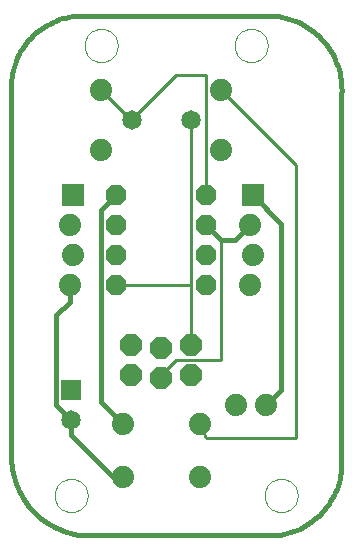
<source format=gtl>
G75*
G70*
%OFA0B0*%
%FSLAX24Y24*%
%IPPOS*%
%LPD*%
%AMOC8*
5,1,8,0,0,1.08239X$1,22.5*
%
%ADD10C,0.0160*%
%ADD11C,0.0000*%
%ADD12OC8,0.0680*%
%ADD13OC8,0.0740*%
%ADD14C,0.0650*%
%ADD15R,0.0650X0.0650*%
%ADD16C,0.0740*%
%ADD17R,0.0740X0.0740*%
%ADD18C,0.0100*%
D10*
X000200Y003023D02*
X000200Y014902D01*
X002347Y017512D02*
X008990Y017512D01*
X008989Y017512D02*
X009106Y017497D01*
X009223Y017476D01*
X009338Y017450D01*
X009451Y017418D01*
X009564Y017381D01*
X009674Y017339D01*
X009782Y017292D01*
X009888Y017239D01*
X009991Y017182D01*
X010091Y017119D01*
X010189Y017052D01*
X010282Y016981D01*
X010373Y016905D01*
X010460Y016825D01*
X010542Y016741D01*
X010621Y016652D01*
X010695Y016561D01*
X010765Y016466D01*
X010831Y016367D01*
X010891Y016266D01*
X010947Y016162D01*
X010998Y016055D01*
X011043Y015946D01*
X011083Y015835D01*
X011118Y015722D01*
X011148Y015608D01*
X011172Y015492D01*
X011191Y015376D01*
X011204Y015259D01*
X011211Y015141D01*
X011213Y015023D01*
X011209Y014905D01*
X011200Y014787D01*
X011200Y002759D01*
X009200Y005023D02*
X008700Y004523D01*
X009200Y005023D02*
X009200Y010573D01*
X008250Y011523D01*
X008150Y010523D02*
X007650Y010023D01*
X007200Y010023D01*
X006700Y010523D01*
X003700Y011523D02*
X003200Y011023D01*
X003200Y004633D01*
X003920Y003913D01*
X000200Y003023D02*
X000195Y002896D01*
X000195Y002770D01*
X000201Y002643D01*
X000214Y002517D01*
X000232Y002392D01*
X000257Y002268D01*
X000287Y002145D01*
X000323Y002024D01*
X000365Y001904D01*
X000413Y001787D01*
X000466Y001672D01*
X000524Y001560D01*
X000588Y001450D01*
X000657Y001344D01*
X000730Y001241D01*
X000809Y001142D01*
X000892Y001046D01*
X000980Y000955D01*
X001072Y000868D01*
X001168Y000786D01*
X001268Y000708D01*
X001371Y000635D01*
X001478Y000567D01*
X001588Y000504D01*
X001701Y000446D01*
X001816Y000394D01*
X001934Y000347D01*
X002053Y000306D01*
X002175Y000271D01*
X002298Y000242D01*
X002423Y000218D01*
X002548Y000201D01*
X002674Y000189D01*
X008938Y000189D01*
X009053Y000199D01*
X009167Y000215D01*
X009281Y000235D01*
X009393Y000262D01*
X009504Y000293D01*
X009613Y000330D01*
X009720Y000372D01*
X009825Y000419D01*
X009928Y000471D01*
X010028Y000528D01*
X010126Y000590D01*
X010220Y000656D01*
X010311Y000726D01*
X010399Y000801D01*
X010483Y000880D01*
X010563Y000963D01*
X010639Y001049D01*
X010711Y001139D01*
X010779Y001233D01*
X010842Y001329D01*
X010900Y001429D01*
X010954Y001531D01*
X011002Y001635D01*
X011046Y001742D01*
X011084Y001850D01*
X011118Y001961D01*
X011146Y002072D01*
X011168Y002185D01*
X011186Y002299D01*
X011197Y002414D01*
X011204Y002529D01*
X011205Y002644D01*
X011200Y002759D01*
X003920Y002133D02*
X003590Y002133D01*
X002200Y003523D01*
X002200Y004023D01*
X001700Y004523D01*
X001700Y007523D01*
X002150Y007973D01*
X002150Y008523D01*
X000199Y014902D02*
X000191Y015015D01*
X000188Y015129D01*
X000191Y015242D01*
X000198Y015356D01*
X000212Y015469D01*
X000230Y015581D01*
X000254Y015692D01*
X000284Y015802D01*
X000318Y015911D01*
X000358Y016017D01*
X000402Y016122D01*
X000452Y016224D01*
X000506Y016324D01*
X000565Y016421D01*
X000629Y016516D01*
X000697Y016607D01*
X000769Y016695D01*
X000845Y016779D01*
X000926Y016860D01*
X001010Y016936D01*
X001097Y017009D01*
X001188Y017077D01*
X001282Y017141D01*
X001379Y017201D01*
X001479Y017255D01*
X001581Y017305D01*
X001686Y017350D01*
X001792Y017390D01*
X001901Y017425D01*
X002010Y017455D01*
X002121Y017479D01*
X002234Y017498D01*
X002347Y017512D01*
D11*
X002649Y016523D02*
X002651Y016570D01*
X002657Y016616D01*
X002667Y016662D01*
X002680Y016707D01*
X002698Y016750D01*
X002719Y016792D01*
X002743Y016832D01*
X002771Y016869D01*
X002802Y016904D01*
X002836Y016937D01*
X002872Y016966D01*
X002911Y016992D01*
X002952Y017015D01*
X002995Y017034D01*
X003039Y017050D01*
X003084Y017062D01*
X003130Y017070D01*
X003177Y017074D01*
X003223Y017074D01*
X003270Y017070D01*
X003316Y017062D01*
X003361Y017050D01*
X003405Y017034D01*
X003448Y017015D01*
X003489Y016992D01*
X003528Y016966D01*
X003564Y016937D01*
X003598Y016904D01*
X003629Y016869D01*
X003657Y016832D01*
X003681Y016792D01*
X003702Y016750D01*
X003720Y016707D01*
X003733Y016662D01*
X003743Y016616D01*
X003749Y016570D01*
X003751Y016523D01*
X003749Y016476D01*
X003743Y016430D01*
X003733Y016384D01*
X003720Y016339D01*
X003702Y016296D01*
X003681Y016254D01*
X003657Y016214D01*
X003629Y016177D01*
X003598Y016142D01*
X003564Y016109D01*
X003528Y016080D01*
X003489Y016054D01*
X003448Y016031D01*
X003405Y016012D01*
X003361Y015996D01*
X003316Y015984D01*
X003270Y015976D01*
X003223Y015972D01*
X003177Y015972D01*
X003130Y015976D01*
X003084Y015984D01*
X003039Y015996D01*
X002995Y016012D01*
X002952Y016031D01*
X002911Y016054D01*
X002872Y016080D01*
X002836Y016109D01*
X002802Y016142D01*
X002771Y016177D01*
X002743Y016214D01*
X002719Y016254D01*
X002698Y016296D01*
X002680Y016339D01*
X002667Y016384D01*
X002657Y016430D01*
X002651Y016476D01*
X002649Y016523D01*
X007649Y016523D02*
X007651Y016570D01*
X007657Y016616D01*
X007667Y016662D01*
X007680Y016707D01*
X007698Y016750D01*
X007719Y016792D01*
X007743Y016832D01*
X007771Y016869D01*
X007802Y016904D01*
X007836Y016937D01*
X007872Y016966D01*
X007911Y016992D01*
X007952Y017015D01*
X007995Y017034D01*
X008039Y017050D01*
X008084Y017062D01*
X008130Y017070D01*
X008177Y017074D01*
X008223Y017074D01*
X008270Y017070D01*
X008316Y017062D01*
X008361Y017050D01*
X008405Y017034D01*
X008448Y017015D01*
X008489Y016992D01*
X008528Y016966D01*
X008564Y016937D01*
X008598Y016904D01*
X008629Y016869D01*
X008657Y016832D01*
X008681Y016792D01*
X008702Y016750D01*
X008720Y016707D01*
X008733Y016662D01*
X008743Y016616D01*
X008749Y016570D01*
X008751Y016523D01*
X008749Y016476D01*
X008743Y016430D01*
X008733Y016384D01*
X008720Y016339D01*
X008702Y016296D01*
X008681Y016254D01*
X008657Y016214D01*
X008629Y016177D01*
X008598Y016142D01*
X008564Y016109D01*
X008528Y016080D01*
X008489Y016054D01*
X008448Y016031D01*
X008405Y016012D01*
X008361Y015996D01*
X008316Y015984D01*
X008270Y015976D01*
X008223Y015972D01*
X008177Y015972D01*
X008130Y015976D01*
X008084Y015984D01*
X008039Y015996D01*
X007995Y016012D01*
X007952Y016031D01*
X007911Y016054D01*
X007872Y016080D01*
X007836Y016109D01*
X007802Y016142D01*
X007771Y016177D01*
X007743Y016214D01*
X007719Y016254D01*
X007698Y016296D01*
X007680Y016339D01*
X007667Y016384D01*
X007657Y016430D01*
X007651Y016476D01*
X007649Y016523D01*
X008649Y001523D02*
X008651Y001570D01*
X008657Y001616D01*
X008667Y001662D01*
X008680Y001707D01*
X008698Y001750D01*
X008719Y001792D01*
X008743Y001832D01*
X008771Y001869D01*
X008802Y001904D01*
X008836Y001937D01*
X008872Y001966D01*
X008911Y001992D01*
X008952Y002015D01*
X008995Y002034D01*
X009039Y002050D01*
X009084Y002062D01*
X009130Y002070D01*
X009177Y002074D01*
X009223Y002074D01*
X009270Y002070D01*
X009316Y002062D01*
X009361Y002050D01*
X009405Y002034D01*
X009448Y002015D01*
X009489Y001992D01*
X009528Y001966D01*
X009564Y001937D01*
X009598Y001904D01*
X009629Y001869D01*
X009657Y001832D01*
X009681Y001792D01*
X009702Y001750D01*
X009720Y001707D01*
X009733Y001662D01*
X009743Y001616D01*
X009749Y001570D01*
X009751Y001523D01*
X009749Y001476D01*
X009743Y001430D01*
X009733Y001384D01*
X009720Y001339D01*
X009702Y001296D01*
X009681Y001254D01*
X009657Y001214D01*
X009629Y001177D01*
X009598Y001142D01*
X009564Y001109D01*
X009528Y001080D01*
X009489Y001054D01*
X009448Y001031D01*
X009405Y001012D01*
X009361Y000996D01*
X009316Y000984D01*
X009270Y000976D01*
X009223Y000972D01*
X009177Y000972D01*
X009130Y000976D01*
X009084Y000984D01*
X009039Y000996D01*
X008995Y001012D01*
X008952Y001031D01*
X008911Y001054D01*
X008872Y001080D01*
X008836Y001109D01*
X008802Y001142D01*
X008771Y001177D01*
X008743Y001214D01*
X008719Y001254D01*
X008698Y001296D01*
X008680Y001339D01*
X008667Y001384D01*
X008657Y001430D01*
X008651Y001476D01*
X008649Y001523D01*
X001649Y001523D02*
X001651Y001570D01*
X001657Y001616D01*
X001667Y001662D01*
X001680Y001707D01*
X001698Y001750D01*
X001719Y001792D01*
X001743Y001832D01*
X001771Y001869D01*
X001802Y001904D01*
X001836Y001937D01*
X001872Y001966D01*
X001911Y001992D01*
X001952Y002015D01*
X001995Y002034D01*
X002039Y002050D01*
X002084Y002062D01*
X002130Y002070D01*
X002177Y002074D01*
X002223Y002074D01*
X002270Y002070D01*
X002316Y002062D01*
X002361Y002050D01*
X002405Y002034D01*
X002448Y002015D01*
X002489Y001992D01*
X002528Y001966D01*
X002564Y001937D01*
X002598Y001904D01*
X002629Y001869D01*
X002657Y001832D01*
X002681Y001792D01*
X002702Y001750D01*
X002720Y001707D01*
X002733Y001662D01*
X002743Y001616D01*
X002749Y001570D01*
X002751Y001523D01*
X002749Y001476D01*
X002743Y001430D01*
X002733Y001384D01*
X002720Y001339D01*
X002702Y001296D01*
X002681Y001254D01*
X002657Y001214D01*
X002629Y001177D01*
X002598Y001142D01*
X002564Y001109D01*
X002528Y001080D01*
X002489Y001054D01*
X002448Y001031D01*
X002405Y001012D01*
X002361Y000996D01*
X002316Y000984D01*
X002270Y000976D01*
X002223Y000972D01*
X002177Y000972D01*
X002130Y000976D01*
X002084Y000984D01*
X002039Y000996D01*
X001995Y001012D01*
X001952Y001031D01*
X001911Y001054D01*
X001872Y001080D01*
X001836Y001109D01*
X001802Y001142D01*
X001771Y001177D01*
X001743Y001214D01*
X001719Y001254D01*
X001698Y001296D01*
X001680Y001339D01*
X001667Y001384D01*
X001657Y001430D01*
X001651Y001476D01*
X001649Y001523D01*
D12*
X003700Y008523D03*
X003700Y009523D03*
X003700Y010523D03*
X003700Y011523D03*
X006700Y011523D03*
X006700Y010523D03*
X006700Y009523D03*
X006700Y008523D03*
D13*
X006200Y006523D03*
X006200Y005523D03*
X005200Y005423D03*
X005200Y006423D03*
X004200Y006523D03*
X004200Y005523D03*
D14*
X002200Y004023D03*
X004216Y014023D03*
X006184Y014023D03*
D15*
X002200Y005023D03*
D16*
X003920Y003913D03*
X003920Y002133D03*
X006480Y002133D03*
X006480Y003913D03*
X007700Y004523D03*
X008700Y004523D03*
X008150Y008523D03*
X008250Y009523D03*
X008150Y010523D03*
X007200Y013023D03*
X007200Y015023D03*
X003200Y015023D03*
X003200Y013023D03*
X002150Y010523D03*
X002250Y009523D03*
X002150Y008523D03*
D17*
X002250Y011523D03*
X008250Y011523D03*
D18*
X007200Y010023D02*
X007200Y006023D01*
X005700Y006023D01*
X005200Y005523D01*
X005200Y005423D01*
X006200Y006523D02*
X006200Y008523D01*
X003700Y008523D01*
X006200Y008523D02*
X006200Y014023D01*
X006184Y014023D01*
X005700Y015523D02*
X006700Y015523D01*
X006700Y011523D01*
X009700Y012523D02*
X007200Y015023D01*
X005700Y015523D02*
X004200Y014023D01*
X004216Y014023D01*
X004200Y014023D02*
X003200Y015023D01*
X009700Y012523D02*
X009700Y003430D01*
X006700Y003430D01*
X006480Y003913D01*
M02*

</source>
